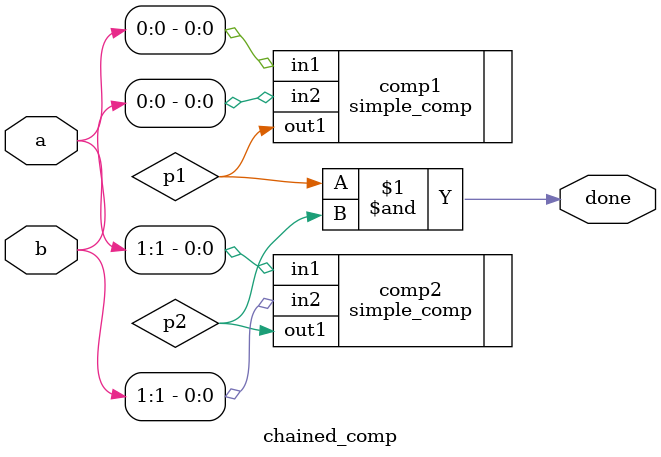
<source format=v>
module chained_comp (input wire [1:0] a, input wire [1:0] b, output wire done);

wire p1, p2;

// insantiate 2 one bit comporators to do the comparision for us
simple_comp comp1 (.in1(a[0]), .in2(b[0]), .out1(p1));
simple_comp comp2 (.in1(a[1]), .in2(b[1]), .out1(p2));

// a and b are equal if indiv. bits are equal
assign done = p1 & p2;

endmodule

</source>
